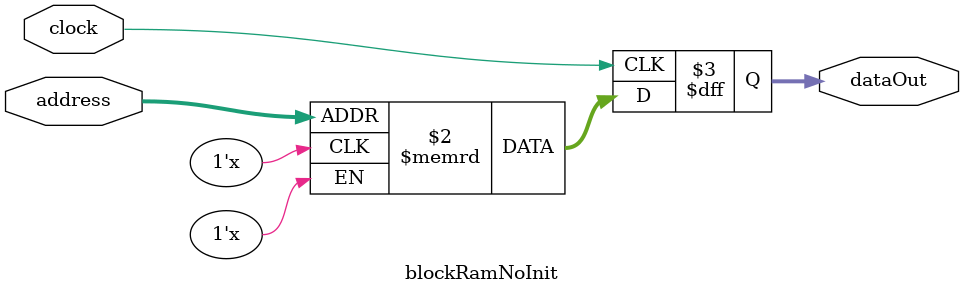
<source format=v>
`timescale 1ns / 1ps
module blockRamNoInit(clock, address, dataOut); 

parameter blockLength =32;
parameter memDepth = 1024;
parameter addressBitWidth = 10;

    input  clock; 
    input  [addressBitWidth-1:0] address; 
    output reg [blockLength-1:0] dataOut; 
    reg [blockLength-1:0] ram [0:memDepth-1]; 

	 
    always @(posedge clock) 
    begin 
        dataOut <= ram[address];
    end
   
endmodule


</source>
